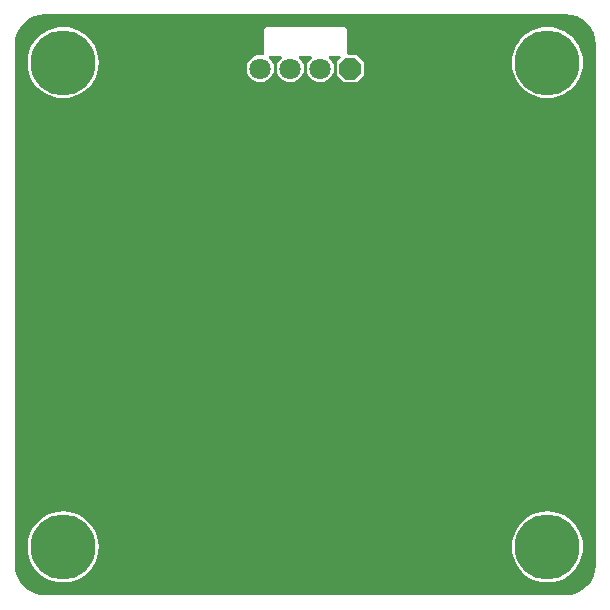
<source format=gbl>
G04 Layer_Physical_Order=2*
G04 Layer_Color=16711680*
%FSLAX44Y44*%
%MOMM*%
G71*
G01*
G75*
%ADD14P,1.9483X8X202.5*%
%ADD15C,1.8000*%
%ADD16C,5.5000*%
G36*
X475109Y495686D02*
X480022Y494196D01*
X484550Y491775D01*
X488518Y488518D01*
X491775Y484550D01*
X494196Y480022D01*
X495686Y475109D01*
X496165Y470248D01*
X496115Y470000D01*
X496115Y30000D01*
X496165Y29752D01*
X495686Y24891D01*
X494196Y19978D01*
X491775Y15450D01*
X488518Y11481D01*
X484550Y8224D01*
X480022Y5804D01*
X475109Y4314D01*
X471250Y3934D01*
X470000Y3885D01*
X470000Y3885D01*
X468730Y3885D01*
X31269Y3885D01*
X30000Y3885D01*
X28750Y3934D01*
X24891Y4314D01*
X19978Y5804D01*
X15450Y8224D01*
X11481Y11481D01*
X8224Y15450D01*
X5804Y19978D01*
X4314Y24891D01*
X3934Y28750D01*
X3885Y30000D01*
X3885Y30000D01*
X3885Y31252D01*
X3885Y470000D01*
X3835Y470248D01*
X4314Y475109D01*
X5804Y480022D01*
X8224Y484550D01*
X11481Y488518D01*
X15450Y491775D01*
X19978Y494196D01*
X24891Y495686D01*
X29752Y496165D01*
X30000Y496115D01*
X470000Y496115D01*
X470248Y496165D01*
X475109Y495686D01*
D02*
G37*
%LPC*%
G36*
X455000Y75133D02*
X450286Y74762D01*
X445688Y73658D01*
X441320Y71849D01*
X437288Y69378D01*
X433693Y66307D01*
X430622Y62712D01*
X428151Y58680D01*
X426342Y54311D01*
X425238Y49714D01*
X424867Y45000D01*
X425238Y40286D01*
X426342Y35688D01*
X428151Y31320D01*
X430622Y27288D01*
X433693Y23693D01*
X437288Y20622D01*
X441320Y18151D01*
X445688Y16342D01*
X450286Y15238D01*
X455000Y14867D01*
X459714Y15238D01*
X464312Y16342D01*
X468680Y18151D01*
X472712Y20622D01*
X476307Y23693D01*
X479378Y27288D01*
X481849Y31320D01*
X483658Y35688D01*
X484762Y40286D01*
X485133Y45000D01*
X484762Y49714D01*
X483658Y54311D01*
X481849Y58680D01*
X479378Y62712D01*
X476307Y66307D01*
X472712Y69378D01*
X468680Y71849D01*
X464312Y73658D01*
X459714Y74762D01*
X455000Y75133D01*
D02*
G37*
G36*
X45000D02*
X40286Y74762D01*
X35688Y73658D01*
X31320Y71849D01*
X27288Y69378D01*
X23693Y66307D01*
X20622Y62712D01*
X18151Y58680D01*
X16342Y54311D01*
X15238Y49714D01*
X14867Y45000D01*
X15238Y40286D01*
X16342Y35688D01*
X18151Y31320D01*
X20622Y27288D01*
X23693Y23693D01*
X27288Y20622D01*
X31320Y18151D01*
X35688Y16342D01*
X40286Y15238D01*
X45000Y14867D01*
X49714Y15238D01*
X54311Y16342D01*
X58680Y18151D01*
X62712Y20622D01*
X66307Y23693D01*
X69378Y27288D01*
X71849Y31320D01*
X73658Y35688D01*
X74762Y40286D01*
X75133Y45000D01*
X74762Y49714D01*
X73658Y54311D01*
X71849Y58680D01*
X69378Y62712D01*
X66307Y66307D01*
X62712Y69378D01*
X58680Y71849D01*
X54311Y73658D01*
X49714Y74762D01*
X45000Y75133D01*
D02*
G37*
G36*
Y485133D02*
X40286Y484762D01*
X35688Y483658D01*
X31320Y481849D01*
X27288Y479378D01*
X23693Y476307D01*
X20622Y472712D01*
X18151Y468680D01*
X16342Y464312D01*
X15238Y459714D01*
X14867Y455000D01*
X15238Y450286D01*
X16342Y445688D01*
X18151Y441320D01*
X20622Y437288D01*
X23693Y433693D01*
X27288Y430622D01*
X31320Y428151D01*
X35688Y426342D01*
X40286Y425238D01*
X45000Y424867D01*
X49714Y425238D01*
X54311Y426342D01*
X58680Y428151D01*
X62712Y430622D01*
X66307Y433693D01*
X69378Y437288D01*
X71849Y441320D01*
X73658Y445688D01*
X74762Y450286D01*
X75133Y455000D01*
X74762Y459714D01*
X73658Y464312D01*
X71849Y468680D01*
X69378Y472712D01*
X66307Y476307D01*
X62712Y479378D01*
X58680Y481849D01*
X54311Y483658D01*
X49714Y484762D01*
X45000Y485133D01*
D02*
G37*
G36*
X282500Y485390D02*
X217500D01*
X216509Y485193D01*
X215669Y484631D01*
X215107Y483791D01*
X214910Y482800D01*
Y462800D01*
X214967Y462517D01*
X213994Y461364D01*
X211900Y461640D01*
X208888Y461243D01*
X206080Y460080D01*
X203670Y458230D01*
X201820Y455820D01*
X200657Y453013D01*
X200261Y450000D01*
X200657Y446987D01*
X201820Y444180D01*
X203670Y441770D01*
X206080Y439920D01*
X208888Y438757D01*
X211900Y438360D01*
X214912Y438757D01*
X217720Y439920D01*
X220130Y441770D01*
X221980Y444180D01*
X223143Y446987D01*
X223540Y450000D01*
X223143Y453013D01*
X221980Y455820D01*
X220130Y458230D01*
X219205Y458940D01*
X219636Y460210D01*
X229564D01*
X229995Y458940D01*
X229070Y458230D01*
X227220Y455820D01*
X226057Y453013D01*
X225660Y450000D01*
X226057Y446987D01*
X227220Y444180D01*
X229070Y441770D01*
X231480Y439920D01*
X234287Y438757D01*
X237300Y438360D01*
X240313Y438757D01*
X243120Y439920D01*
X245530Y441770D01*
X247380Y444180D01*
X248543Y446987D01*
X248940Y450000D01*
X248543Y453013D01*
X247380Y455820D01*
X245530Y458230D01*
X244605Y458940D01*
X245037Y460210D01*
X254963D01*
X255395Y458940D01*
X254470Y458230D01*
X252620Y455820D01*
X251457Y453013D01*
X251060Y450000D01*
X251457Y446987D01*
X252620Y444180D01*
X254470Y441770D01*
X256880Y439920D01*
X259687Y438757D01*
X262700Y438360D01*
X265713Y438757D01*
X268520Y439920D01*
X270930Y441770D01*
X272780Y444180D01*
X273943Y446987D01*
X274340Y450000D01*
X273943Y453013D01*
X272780Y455820D01*
X270930Y458230D01*
X270005Y458940D01*
X270436Y460210D01*
X279488D01*
X279974Y459037D01*
X277269Y456331D01*
X276707Y455491D01*
X276510Y454500D01*
Y445500D01*
X276707Y444509D01*
X277269Y443669D01*
X281769Y439169D01*
X282609Y438607D01*
X283600Y438410D01*
X292600D01*
X293591Y438607D01*
X294431Y439169D01*
X298931Y443669D01*
X299493Y444509D01*
X299690Y445500D01*
Y454500D01*
X299493Y455491D01*
X298931Y456331D01*
X294431Y460831D01*
X293591Y461393D01*
X292600Y461590D01*
X286144D01*
X285090Y462800D01*
Y482800D01*
X284893Y483791D01*
X284331Y484631D01*
X283491Y485193D01*
X282500Y485390D01*
D02*
G37*
G36*
X455000Y485133D02*
X450286Y484762D01*
X445688Y483658D01*
X441320Y481849D01*
X437288Y479378D01*
X433693Y476307D01*
X430622Y472712D01*
X428151Y468680D01*
X426342Y464312D01*
X425238Y459714D01*
X424867Y455000D01*
X425238Y450286D01*
X426342Y445688D01*
X428151Y441320D01*
X430622Y437288D01*
X433693Y433693D01*
X437288Y430622D01*
X441320Y428151D01*
X445688Y426342D01*
X450286Y425238D01*
X455000Y424867D01*
X459714Y425238D01*
X464312Y426342D01*
X468680Y428151D01*
X472712Y430622D01*
X476307Y433693D01*
X479378Y437288D01*
X481849Y441320D01*
X483658Y445688D01*
X484762Y450286D01*
X485133Y455000D01*
X484762Y459714D01*
X483658Y464312D01*
X481849Y468680D01*
X479378Y472712D01*
X476307Y476307D01*
X472712Y479378D01*
X468680Y481849D01*
X464312Y483658D01*
X459714Y484762D01*
X455000Y485133D01*
D02*
G37*
%LPD*%
D14*
X288100Y450000D02*
D03*
D15*
X262700D02*
D03*
X237300D02*
D03*
X211900D02*
D03*
D16*
X45000Y45000D02*
D03*
X455000Y455000D02*
D03*
X45000D02*
D03*
X455000Y45000D02*
D03*
M02*

</source>
